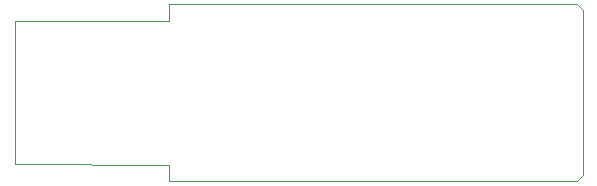
<source format=gbr>
%TF.GenerationSoftware,KiCad,Pcbnew,9.0.6*%
%TF.CreationDate,2025-12-12T19:26:19-08:00*%
%TF.ProjectId,iambic-controller-board,69616d62-6963-42d6-936f-6e74726f6c6c,1.0*%
%TF.SameCoordinates,Original*%
%TF.FileFunction,Profile,NP*%
%FSLAX46Y46*%
G04 Gerber Fmt 4.6, Leading zero omitted, Abs format (unit mm)*
G04 Created by KiCad (PCBNEW 9.0.6) date 2025-12-12 19:26:19*
%MOMM*%
%LPD*%
G01*
G04 APERTURE LIST*
%TA.AperFunction,Profile*%
%ADD10C,0.050000*%
%TD*%
G04 APERTURE END LIST*
D10*
X131900000Y-93900000D02*
X145000000Y-93900000D01*
X180000000Y-107000000D02*
X179500000Y-107500000D01*
X179500000Y-92500000D02*
X180000000Y-93000000D01*
X145000000Y-92500000D02*
X179500000Y-92500000D01*
X180000000Y-93000000D02*
X180000000Y-107000000D01*
X145000000Y-107500000D02*
X179500000Y-107500000D01*
X131900000Y-93900000D02*
X131900000Y-106000000D01*
X145000000Y-106100000D02*
X131900000Y-106000000D01*
X145000000Y-107500000D02*
X145000000Y-106100000D01*
X145000000Y-93900000D02*
X145000000Y-92500000D01*
M02*

</source>
